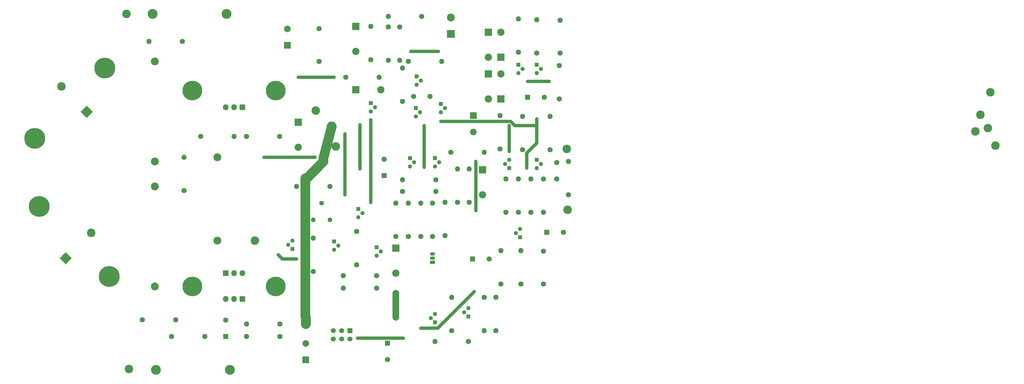
<source format=gtl>
G04 #@! TF.GenerationSoftware,KiCad,Pcbnew,5.0.1+dfsg1-3*
G04 #@! TF.CreationDate,2018-12-20T03:11:08+00:00*
G04 #@! TF.ProjectId,Trimodal Blameless,5472696D6F64616C20426C616D656C65,rev?*
G04 #@! TF.SameCoordinates,Original*
G04 #@! TF.FileFunction,Copper,L1,Top,Signal*
G04 #@! TF.FilePolarity,Positive*
%FSLAX46Y46*%
G04 Gerber Fmt 4.6, Leading zero omitted, Abs format (unit mm)*
G04 Created by KiCad (PCBNEW 5.0.1+dfsg1-3) date Thu 20 Dec 2018 03:11:08 UTC*
%MOMM*%
%LPD*%
G01*
G04 APERTURE LIST*
G04 #@! TA.AperFunction,ComponentPad*
%ADD10C,6.000000*%
G04 #@! TD*
G04 #@! TA.AperFunction,ComponentPad*
%ADD11C,2.600000*%
G04 #@! TD*
G04 #@! TA.AperFunction,Conductor*
%ADD12C,0.100000*%
G04 #@! TD*
G04 #@! TA.AperFunction,ComponentPad*
%ADD13C,6.350000*%
G04 #@! TD*
G04 #@! TA.AperFunction,ComponentPad*
%ADD14O,2.400000X2.400000*%
G04 #@! TD*
G04 #@! TA.AperFunction,ComponentPad*
%ADD15C,2.400000*%
G04 #@! TD*
G04 #@! TA.AperFunction,ComponentPad*
%ADD16R,2.000000X2.000000*%
G04 #@! TD*
G04 #@! TA.AperFunction,ComponentPad*
%ADD17C,2.000000*%
G04 #@! TD*
G04 #@! TA.AperFunction,ComponentPad*
%ADD18R,2.400000X2.400000*%
G04 #@! TD*
G04 #@! TA.AperFunction,ComponentPad*
%ADD19C,1.600000*%
G04 #@! TD*
G04 #@! TA.AperFunction,ComponentPad*
%ADD20R,1.600000X1.600000*%
G04 #@! TD*
G04 #@! TA.AperFunction,ComponentPad*
%ADD21R,2.200000X2.200000*%
G04 #@! TD*
G04 #@! TA.AperFunction,ComponentPad*
%ADD22O,2.200000X2.200000*%
G04 #@! TD*
G04 #@! TA.AperFunction,ComponentPad*
%ADD23C,3.000000*%
G04 #@! TD*
G04 #@! TA.AperFunction,ComponentPad*
%ADD24O,1.800000X1.800000*%
G04 #@! TD*
G04 #@! TA.AperFunction,ComponentPad*
%ADD25R,1.800000X1.800000*%
G04 #@! TD*
G04 #@! TA.AperFunction,ComponentPad*
%ADD26C,1.300000*%
G04 #@! TD*
G04 #@! TA.AperFunction,ComponentPad*
%ADD27R,1.300000X1.300000*%
G04 #@! TD*
G04 #@! TA.AperFunction,ComponentPad*
%ADD28O,1.500000X1.050000*%
G04 #@! TD*
G04 #@! TA.AperFunction,ComponentPad*
%ADD29R,1.500000X1.050000*%
G04 #@! TD*
G04 #@! TA.AperFunction,ComponentPad*
%ADD30C,1.440000*%
G04 #@! TD*
G04 #@! TA.AperFunction,ComponentPad*
%ADD31O,1.600000X1.600000*%
G04 #@! TD*
G04 #@! TA.AperFunction,ComponentPad*
%ADD32R,1.524000X1.524000*%
G04 #@! TD*
G04 #@! TA.AperFunction,ComponentPad*
%ADD33C,1.524000*%
G04 #@! TD*
G04 #@! TA.AperFunction,ViaPad*
%ADD34C,1.000000*%
G04 #@! TD*
G04 #@! TA.AperFunction,ViaPad*
%ADD35C,3.000000*%
G04 #@! TD*
G04 #@! TA.AperFunction,ViaPad*
%ADD36C,2.000000*%
G04 #@! TD*
G04 #@! TA.AperFunction,Conductor*
%ADD37C,1.000000*%
G04 #@! TD*
G04 #@! TA.AperFunction,Conductor*
%ADD38C,3.000000*%
G04 #@! TD*
G04 #@! TA.AperFunction,Conductor*
%ADD39C,2.000000*%
G04 #@! TD*
G04 APERTURE END LIST*
D10*
G04 #@! TO.P,HS2,1*
G04 #@! TO.N,N/C*
X101600000Y-116840000D03*
X76200000Y-116840000D03*
G04 #@! TD*
D11*
G04 #@! TO.P,TR9,1*
G04 #@! TO.N,Net-(R26-Pad1)*
X43979212Y-63550252D03*
D12*
G04 #@! TD*
G04 #@! TO.N,Net-(R26-Pad1)*
G04 #@! TO.C,TR9*
G36*
X43979212Y-61711774D02*
X45817690Y-63550252D01*
X43979212Y-65388730D01*
X42140734Y-63550252D01*
X43979212Y-61711774D01*
X43979212Y-61711774D01*
G37*
D11*
G04 #@! TO.P,TR9,2*
G04 #@! TO.N,VCC*
X36257606Y-55828646D03*
D13*
G04 #@! TO.P,TR9,3*
G04 #@! TO.N,Net-(R17-Pad2)*
X49530000Y-50292000D03*
X28175375Y-71646625D03*
G04 #@! TD*
D14*
G04 #@! TO.P,R16,2*
G04 #@! TO.N,NFB*
X64770000Y-86360000D03*
D15*
G04 #@! TO.P,R16,1*
G04 #@! TO.N,Net-(D7-Pad1)*
X64770000Y-116840000D03*
G04 #@! TD*
D13*
G04 #@! TO.P,TR7,3*
G04 #@! TO.N,Net-(D7-Pad1)*
X29495627Y-92400163D03*
X50850252Y-113754788D03*
D11*
G04 #@! TO.P,TR7,2*
G04 #@! TO.N,VAA*
X45313606Y-100482394D03*
G04 #@! TO.P,TR7,1*
G04 #@! TO.N,Net-(R25-Pad2)*
X37592000Y-108204000D03*
D12*
G04 #@! TD*
G04 #@! TO.N,Net-(R25-Pad2)*
G04 #@! TO.C,TR7*
G36*
X39430478Y-108204000D02*
X37592000Y-110042478D01*
X35753522Y-108204000D01*
X37592000Y-106365522D01*
X39430478Y-108204000D01*
X39430478Y-108204000D01*
G37*
D16*
G04 #@! TO.P,C2,1*
G04 #@! TO.N,Net-(C2-Pad1)*
X161798000Y-64770000D03*
D17*
G04 #@! TO.P,C2,2*
G04 #@! TO.N,GND*
X161798000Y-69770000D03*
G04 #@! TD*
G04 #@! TO.P,C9,2*
G04 #@! TO.N,GND*
X110744000Y-134192000D03*
D16*
G04 #@! TO.P,C9,1*
G04 #@! TO.N,VAA*
X110744000Y-139192000D03*
G04 #@! TD*
G04 #@! TO.P,C10,1*
G04 #@! TO.N,GND*
X105156000Y-43354000D03*
D17*
G04 #@! TO.P,C10,2*
G04 #@! TO.N,VCC*
X105156000Y-38354000D03*
G04 #@! TD*
D18*
G04 #@! TO.P,C12,1*
G04 #@! TO.N,GND*
X154940000Y-39878000D03*
D15*
G04 #@! TO.P,C12,2*
G04 #@! TO.N,Net-(C12-Pad2)*
X154940000Y-34878000D03*
G04 #@! TD*
D19*
G04 #@! TO.P,C1,2*
G04 #@! TO.N,Net-(C1-Pad2)*
X189150000Y-100330000D03*
D20*
G04 #@! TO.P,C1,1*
G04 #@! TO.N,Net-(C1-Pad1)*
X184150000Y-100330000D03*
G04 #@! TD*
G04 #@! TO.P,C4,1*
G04 #@! TO.N,Net-(C4-Pad1)*
X86360000Y-132080000D03*
D19*
G04 #@! TO.P,C4,2*
G04 #@! TO.N,Net-(C3-Pad1)*
X86360000Y-127080000D03*
G04 #@! TD*
G04 #@! TO.P,C5,2*
G04 #@! TO.N,NFB*
X134620000Y-78058000D03*
D20*
G04 #@! TO.P,C5,1*
G04 #@! TO.N,Net-(C5-Pad1)*
X134620000Y-83058000D03*
G04 #@! TD*
G04 #@! TO.P,C15,1*
G04 #@! TO.N,Net-(C15-Pad1)*
X178308000Y-59182000D03*
D19*
G04 #@! TO.P,C15,2*
G04 #@! TO.N,Net-(C15-Pad2)*
X183308000Y-59182000D03*
G04 #@! TD*
G04 #@! TO.P,C14,2*
G04 #@! TO.N,Net-(C14-Pad2)*
X166544000Y-108458000D03*
D20*
G04 #@! TO.P,C14,1*
G04 #@! TO.N,VAA*
X161544000Y-108458000D03*
G04 #@! TD*
G04 #@! TO.P,C11,1*
G04 #@! TO.N,VAA*
X135636000Y-134112000D03*
D19*
G04 #@! TO.P,C11,2*
G04 #@! TO.N,Net-(C11-Pad2)*
X135636000Y-139112000D03*
G04 #@! TD*
G04 #@! TO.P,C3,2*
G04 #@! TO.N,Net-(C3-Pad2)*
X148590000Y-58928000D03*
G04 #@! TO.P,C3,1*
G04 #@! TO.N,Net-(C3-Pad1)*
X143590000Y-58928000D03*
G04 #@! TD*
G04 #@! TO.P,C16,1*
G04 #@! TO.N,Net-(C16-Pad1)*
X187198000Y-84074000D03*
G04 #@! TO.P,C16,2*
G04 #@! TO.N,GND*
X187198000Y-79074000D03*
G04 #@! TD*
G04 #@! TO.P,C13,2*
G04 #@! TO.N,VCC*
X114808000Y-38260000D03*
G04 #@! TO.P,C13,1*
G04 #@! TO.N,GND*
X114808000Y-48260000D03*
G04 #@! TD*
G04 #@! TO.P,C7,1*
G04 #@! TO.N,VAA*
X183134000Y-116078000D03*
G04 #@! TO.P,C7,2*
G04 #@! TO.N,GND*
X183134000Y-106078000D03*
G04 #@! TD*
G04 #@! TO.P,C6,2*
G04 #@! TO.N,GND*
X102710000Y-71120000D03*
G04 #@! TO.P,C6,1*
G04 #@! TO.N,Net-(C6-Pad1)*
X92710000Y-71120000D03*
G04 #@! TD*
G04 #@! TO.P,C17,1*
G04 #@! TO.N,GND*
X188214000Y-45720000D03*
G04 #@! TO.P,C17,2*
G04 #@! TO.N,Net-(C12-Pad2)*
X188214000Y-35720000D03*
G04 #@! TD*
D11*
G04 #@! TO.P,J4,1*
G04 #@! TO.N,GND*
X119888000Y-74168000D03*
G04 #@! TD*
G04 #@! TO.P,J3,1*
G04 #@! TO.N,Net-(J3-Pad1)*
X95250000Y-102870000D03*
G04 #@! TD*
G04 #@! TO.P,J2,1*
G04 #@! TO.N,GND*
X190246000Y-74930000D03*
G04 #@! TD*
G04 #@! TO.P,J1,1*
G04 #@! TO.N,Net-(C1-Pad2)*
X190500000Y-93472000D03*
G04 #@! TD*
D21*
G04 #@! TO.P,D5,1*
G04 #@! TO.N,Net-(D5-Pad1)*
X125984000Y-56896000D03*
D22*
G04 #@! TO.P,D5,2*
G04 #@! TO.N,Net-(D5-Pad2)*
X133604000Y-56896000D03*
G04 #@! TD*
D21*
G04 #@! TO.P,D1,1*
G04 #@! TO.N,Net-(D1-Pad1)*
X166370000Y-52070000D03*
D22*
G04 #@! TO.P,D1,2*
G04 #@! TO.N,Net-(C2-Pad1)*
X166370000Y-59690000D03*
G04 #@! TD*
G04 #@! TO.P,D2,2*
G04 #@! TO.N,Net-(D1-Pad1)*
X166370000Y-46990000D03*
D21*
G04 #@! TO.P,D2,1*
G04 #@! TO.N,GND*
X166370000Y-39370000D03*
G04 #@! TD*
G04 #@! TO.P,D4,1*
G04 #@! TO.N,Net-(D3-Pad2)*
X170180000Y-46990000D03*
D22*
G04 #@! TO.P,D4,2*
G04 #@! TO.N,GND*
X170180000Y-39370000D03*
G04 #@! TD*
G04 #@! TO.P,D6,2*
G04 #@! TO.N,Net-(D5-Pad1)*
X125984000Y-45212000D03*
D21*
G04 #@! TO.P,D6,1*
G04 #@! TO.N,VCC*
X125984000Y-37592000D03*
G04 #@! TD*
G04 #@! TO.P,D7,1*
G04 #@! TO.N,Net-(D7-Pad1)*
X164592000Y-81280000D03*
D22*
G04 #@! TO.P,D7,2*
G04 #@! TO.N,Net-(D7-Pad2)*
X164592000Y-88900000D03*
G04 #@! TD*
G04 #@! TO.P,D8,2*
G04 #@! TO.N,Net-(D8-Pad2)*
X108458000Y-74422000D03*
D21*
G04 #@! TO.P,D8,1*
G04 #@! TO.N,Net-(D8-Pad1)*
X108458000Y-66802000D03*
G04 #@! TD*
G04 #@! TO.P,D9,1*
G04 #@! TO.N,Net-(D9-Pad1)*
X138176000Y-105156000D03*
D22*
G04 #@! TO.P,D9,2*
G04 #@! TO.N,Net-(D9-Pad2)*
X138176000Y-112776000D03*
G04 #@! TD*
D23*
G04 #@! TO.P,F1,2*
G04 #@! TO.N,VAA*
X87630000Y-142240000D03*
G04 #@! TO.P,F1,1*
G04 #@! TO.N,+24V*
X65030000Y-142240000D03*
G04 #@! TD*
G04 #@! TO.P,F2,1*
G04 #@! TO.N,-24V*
X64014000Y-33782000D03*
G04 #@! TO.P,F2,2*
G04 #@! TO.N,VCC*
X86614000Y-33782000D03*
G04 #@! TD*
D15*
G04 #@! TO.P,L1,1*
G04 #@! TO.N,NFB*
X83820000Y-77470000D03*
D14*
G04 #@! TO.P,L1,2*
G04 #@! TO.N,Net-(J3-Pad1)*
X83820000Y-102870000D03*
G04 #@! TD*
D24*
G04 #@! TO.P,TR6,3*
G04 #@! TO.N,Net-(D7-Pad1)*
X91440000Y-112776000D03*
G04 #@! TO.P,TR6,2*
G04 #@! TO.N,Net-(R25-Pad2)*
X88900000Y-112776000D03*
D25*
G04 #@! TO.P,TR6,1*
G04 #@! TO.N,Net-(D7-Pad2)*
X86360000Y-112776000D03*
G04 #@! TD*
G04 #@! TO.P,TR13,1*
G04 #@! TO.N,Net-(R10-Pad2)*
X91440000Y-120650000D03*
D24*
G04 #@! TO.P,TR13,2*
G04 #@! TO.N,Net-(C4-Pad1)*
X88900000Y-120650000D03*
G04 #@! TO.P,TR13,3*
G04 #@! TO.N,Net-(C3-Pad1)*
X86360000Y-120650000D03*
G04 #@! TD*
D26*
G04 #@! TO.P,TR12,2*
G04 #@! TO.N,Net-(C3-Pad2)*
X145542000Y-63754000D03*
G04 #@! TO.P,TR12,3*
G04 #@! TO.N,GND*
X144272000Y-65024000D03*
D27*
G04 #@! TO.P,TR12,1*
G04 #@! TO.N,Net-(R36-Pad1)*
X144272000Y-62484000D03*
G04 #@! TD*
G04 #@! TO.P,TR20,1*
G04 #@! TO.N,Net-(C3-Pad1)*
X126746000Y-93218000D03*
D26*
G04 #@! TO.P,TR20,3*
G04 #@! TO.N,Net-(R11-Pad2)*
X126746000Y-95758000D03*
G04 #@! TO.P,TR20,2*
G04 #@! TO.N,Net-(R32-Pad1)*
X128016000Y-94488000D03*
G04 #@! TD*
G04 #@! TO.P,TR21,2*
G04 #@! TO.N,Net-(R41-Pad2)*
X159004000Y-124714000D03*
G04 #@! TO.P,TR21,3*
G04 #@! TO.N,Net-(R49-Pad1)*
X160274000Y-123444000D03*
D27*
G04 #@! TO.P,TR21,1*
G04 #@! TO.N,VAA*
X160274000Y-125984000D03*
G04 #@! TD*
G04 #@! TO.P,TR19,1*
G04 #@! TO.N,NFB*
X142494000Y-77724000D03*
D26*
G04 #@! TO.P,TR19,3*
G04 #@! TO.N,Net-(D8-Pad2)*
X142494000Y-80264000D03*
G04 #@! TO.P,TR19,2*
G04 #@! TO.N,Net-(R27-Pad2)*
X143764000Y-78994000D03*
G04 #@! TD*
G04 #@! TO.P,TR17,2*
G04 #@! TO.N,Net-(D5-Pad2)*
X131826000Y-62230000D03*
G04 #@! TO.P,TR17,3*
G04 #@! TO.N,Net-(TR15-Pad1)*
X130556000Y-63500000D03*
D27*
G04 #@! TO.P,TR17,1*
G04 #@! TO.N,Net-(R45-Pad1)*
X130556000Y-60960000D03*
G04 #@! TD*
G04 #@! TO.P,TR16,1*
G04 #@! TO.N,Net-(TR15-Pad1)*
X119380000Y-103124000D03*
D26*
G04 #@! TO.P,TR16,3*
G04 #@! TO.N,Net-(R15-Pad2)*
X119380000Y-105664000D03*
G04 #@! TO.P,TR16,2*
G04 #@! TO.N,Net-(R20-Pad2)*
X120650000Y-104394000D03*
G04 #@! TD*
G04 #@! TO.P,TR15,2*
G04 #@! TO.N,Net-(R30-Pad1)*
X133604000Y-106172000D03*
G04 #@! TO.P,TR15,3*
G04 #@! TO.N,Net-(C4-Pad1)*
X132334000Y-107442000D03*
D27*
G04 #@! TO.P,TR15,1*
G04 #@! TO.N,Net-(TR15-Pad1)*
X132334000Y-104902000D03*
G04 #@! TD*
G04 #@! TO.P,TR14,1*
G04 #@! TO.N,Net-(C4-Pad1)*
X106680000Y-105410000D03*
D26*
G04 #@! TO.P,TR14,3*
G04 #@! TO.N,Net-(C3-Pad1)*
X106680000Y-102870000D03*
G04 #@! TO.P,TR14,2*
G04 #@! TO.N,Net-(R15-Pad2)*
X105410000Y-104140000D03*
G04 #@! TD*
G04 #@! TO.P,TR11,2*
G04 #@! TO.N,Net-(TR10-Pad2)*
X176784000Y-50546000D03*
G04 #@! TO.P,TR11,3*
X175514000Y-51816000D03*
D27*
G04 #@! TO.P,TR11,1*
G04 #@! TO.N,Net-(R7-Pad1)*
X175514000Y-49276000D03*
G04 #@! TD*
G04 #@! TO.P,TR10,1*
G04 #@! TO.N,Net-(R6-Pad1)*
X181102000Y-49276000D03*
D26*
G04 #@! TO.P,TR10,3*
G04 #@! TO.N,Net-(C3-Pad2)*
X181102000Y-51816000D03*
G04 #@! TO.P,TR10,2*
G04 #@! TO.N,Net-(TR10-Pad2)*
X182372000Y-50546000D03*
G04 #@! TD*
G04 #@! TO.P,TR5,2*
G04 #@! TO.N,Net-(R49-Pad1)*
X148844000Y-126492000D03*
G04 #@! TO.P,TR5,3*
G04 #@! TO.N,Net-(R10-Pad1)*
X150114000Y-125222000D03*
D27*
G04 #@! TO.P,TR5,1*
G04 #@! TO.N,Net-(R13-Pad2)*
X150114000Y-127762000D03*
G04 #@! TD*
G04 #@! TO.P,TR4,1*
G04 #@! TO.N,Net-(R34-Pad1)*
X144526000Y-52832000D03*
D26*
G04 #@! TO.P,TR4,3*
G04 #@! TO.N,Net-(C3-Pad1)*
X144526000Y-55372000D03*
G04 #@! TO.P,TR4,2*
G04 #@! TO.N,Net-(R36-Pad1)*
X145796000Y-54102000D03*
G04 #@! TD*
G04 #@! TO.P,TR3,2*
G04 #@! TO.N,Net-(R40-Pad1)*
X171450000Y-79502000D03*
G04 #@! TO.P,TR3,3*
G04 #@! TO.N,Net-(TR10-Pad2)*
X172720000Y-78232000D03*
D27*
G04 #@! TO.P,TR3,1*
G04 #@! TO.N,Net-(R3-Pad2)*
X172720000Y-80772000D03*
G04 #@! TD*
G04 #@! TO.P,TR18,1*
G04 #@! TO.N,NFB*
X150114000Y-77724000D03*
D26*
G04 #@! TO.P,TR18,3*
G04 #@! TO.N,Net-(D7-Pad1)*
X150114000Y-80264000D03*
G04 #@! TO.P,TR18,2*
G04 #@! TO.N,Net-(R21-Pad2)*
X151384000Y-78994000D03*
G04 #@! TD*
G04 #@! TO.P,TR2,2*
G04 #@! TO.N,Net-(C16-Pad1)*
X182372000Y-79502000D03*
G04 #@! TO.P,TR2,3*
G04 #@! TO.N,Net-(C3-Pad2)*
X181102000Y-80772000D03*
D27*
G04 #@! TO.P,TR2,1*
G04 #@! TO.N,Net-(R2-Pad2)*
X181102000Y-78232000D03*
G04 #@! TD*
G04 #@! TO.P,TR1,1*
G04 #@! TO.N,Net-(R4-Pad2)*
X176022000Y-101854000D03*
D26*
G04 #@! TO.P,TR1,3*
G04 #@! TO.N,Net-(R35-Pad1)*
X176022000Y-99314000D03*
G04 #@! TO.P,TR1,2*
G04 #@! TO.N,Net-(C14-Pad2)*
X174752000Y-100584000D03*
G04 #@! TD*
G04 #@! TO.P,Q6,2*
G04 #@! TO.N,Net-(Q6-Pad2)*
X153162000Y-62484000D03*
G04 #@! TO.P,Q6,3*
G04 #@! TO.N,Net-(C3-Pad2)*
X151892000Y-63754000D03*
D27*
G04 #@! TO.P,Q6,1*
G04 #@! TO.N,Net-(C12-Pad2)*
X151892000Y-61214000D03*
G04 #@! TD*
D28*
G04 #@! TO.P,RG1,2*
G04 #@! TO.N,Net-(R30-Pad2)*
X149352000Y-108204000D03*
G04 #@! TO.P,RG1,3*
G04 #@! TO.N,Net-(R17-Pad2)*
X149352000Y-106934000D03*
D29*
G04 #@! TO.P,RG1,1*
G04 #@! TO.N,N/C*
X149352000Y-109474000D03*
G04 #@! TD*
D30*
G04 #@! TO.P,PR1,3*
G04 #@! TO.N,Net-(C3-Pad1)*
X113030000Y-96520000D03*
G04 #@! TO.P,PR1,2*
X115570000Y-91440000D03*
G04 #@! TO.P,PR1,1*
G04 #@! TO.N,Net-(PR1-Pad1)*
X118110000Y-96520000D03*
G04 #@! TD*
D19*
G04 #@! TO.P,R42,1*
G04 #@! TO.N,VAA*
X150368000Y-84328000D03*
D31*
G04 #@! TO.P,R42,2*
G04 #@! TO.N,Net-(C5-Pad1)*
X140208000Y-84328000D03*
G04 #@! TD*
G04 #@! TO.P,R12,2*
G04 #@! TO.N,Net-(C4-Pad1)*
X80010000Y-132080000D03*
D19*
G04 #@! TO.P,R12,1*
G04 #@! TO.N,Net-(D7-Pad2)*
X69850000Y-132080000D03*
G04 #@! TD*
G04 #@! TO.P,R11,1*
G04 #@! TO.N,Net-(R10-Pad2)*
X113030000Y-112268000D03*
D31*
G04 #@! TO.P,R11,2*
G04 #@! TO.N,Net-(R11-Pad2)*
X113030000Y-102108000D03*
G04 #@! TD*
G04 #@! TO.P,R10,2*
G04 #@! TO.N,Net-(R10-Pad2)*
X92710000Y-128270000D03*
D19*
G04 #@! TO.P,R10,1*
G04 #@! TO.N,Net-(R10-Pad1)*
X102870000Y-128270000D03*
G04 #@! TD*
G04 #@! TO.P,R14,1*
G04 #@! TO.N,Net-(R10-Pad1)*
X102870000Y-132080000D03*
D31*
G04 #@! TO.P,R14,2*
G04 #@! TO.N,Net-(C4-Pad1)*
X92710000Y-132080000D03*
G04 #@! TD*
G04 #@! TO.P,R9,2*
G04 #@! TO.N,Net-(C1-Pad1)*
X183134000Y-94234000D03*
D19*
G04 #@! TO.P,R9,1*
G04 #@! TO.N,Net-(C16-Pad1)*
X183134000Y-84074000D03*
G04 #@! TD*
G04 #@! TO.P,R8,1*
G04 #@! TO.N,NFB*
X154940000Y-75946000D03*
D31*
G04 #@! TO.P,R8,2*
G04 #@! TO.N,Net-(R40-Pad1)*
X165100000Y-75946000D03*
G04 #@! TD*
G04 #@! TO.P,R7,2*
G04 #@! TO.N,Net-(C12-Pad2)*
X175514000Y-35306000D03*
D19*
G04 #@! TO.P,R7,1*
G04 #@! TO.N,Net-(R7-Pad1)*
X175514000Y-45466000D03*
G04 #@! TD*
G04 #@! TO.P,R6,1*
G04 #@! TO.N,Net-(R6-Pad1)*
X181102000Y-45720000D03*
D31*
G04 #@! TO.P,R6,2*
G04 #@! TO.N,Net-(C12-Pad2)*
X181102000Y-35560000D03*
G04 #@! TD*
G04 #@! TO.P,R5,2*
G04 #@! TO.N,Net-(C14-Pad2)*
X170180000Y-105918000D03*
D19*
G04 #@! TO.P,R5,1*
G04 #@! TO.N,Net-(R49-Pad1)*
X170180000Y-116078000D03*
G04 #@! TD*
G04 #@! TO.P,R4,1*
G04 #@! TO.N,VAA*
X176276000Y-116078000D03*
D31*
G04 #@! TO.P,R4,2*
G04 #@! TO.N,Net-(R4-Pad2)*
X176276000Y-105918000D03*
G04 #@! TD*
G04 #@! TO.P,R2,2*
G04 #@! TO.N,Net-(R2-Pad2)*
X179324000Y-84074000D03*
D19*
G04 #@! TO.P,R2,1*
G04 #@! TO.N,Net-(R2-Pad1)*
X179324000Y-94234000D03*
G04 #@! TD*
G04 #@! TO.P,R1,1*
G04 #@! TO.N,Net-(C16-Pad1)*
X185166000Y-75184000D03*
D31*
G04 #@! TO.P,R1,2*
G04 #@! TO.N,Net-(C15-Pad2)*
X185166000Y-65024000D03*
G04 #@! TD*
G04 #@! TO.P,R34,2*
G04 #@! TO.N,Net-(Q6-Pad2)*
X152146000Y-48260000D03*
D19*
G04 #@! TO.P,R34,1*
G04 #@! TO.N,Net-(R34-Pad1)*
X141986000Y-48260000D03*
G04 #@! TD*
G04 #@! TO.P,R15,1*
G04 #@! TO.N,Net-(C4-Pad1)*
X132334000Y-117348000D03*
D31*
G04 #@! TO.P,R15,2*
G04 #@! TO.N,Net-(R15-Pad2)*
X122174000Y-117348000D03*
G04 #@! TD*
G04 #@! TO.P,R35,2*
G04 #@! TO.N,Net-(R2-Pad1)*
X175514000Y-84074000D03*
D19*
G04 #@! TO.P,R35,1*
G04 #@! TO.N,Net-(R35-Pad1)*
X175514000Y-94234000D03*
G04 #@! TD*
G04 #@! TO.P,R36,1*
G04 #@! TO.N,Net-(R36-Pad1)*
X140208000Y-60452000D03*
D31*
G04 #@! TO.P,R36,2*
G04 #@! TO.N,Net-(C12-Pad2)*
X140208000Y-50292000D03*
G04 #@! TD*
G04 #@! TO.P,R37,2*
G04 #@! TO.N,Net-(C12-Pad2)*
X135890000Y-47848118D03*
D19*
G04 #@! TO.P,R37,1*
G04 #@! TO.N,VCC*
X135890000Y-37688118D03*
G04 #@! TD*
G04 #@! TO.P,R38,1*
G04 #@! TO.N,Net-(R34-Pad1)*
X139282124Y-37688118D03*
D31*
G04 #@! TO.P,R38,2*
G04 #@! TO.N,Net-(C12-Pad2)*
X139282124Y-47848118D03*
G04 #@! TD*
G04 #@! TO.P,R39,2*
G04 #@! TO.N,GND*
X168656000Y-120142000D03*
D19*
G04 #@! TO.P,R39,1*
G04 #@! TO.N,Net-(C11-Pad2)*
X168656000Y-130302000D03*
G04 #@! TD*
G04 #@! TO.P,R40,1*
G04 #@! TO.N,Net-(R40-Pad1)*
X169926000Y-74930000D03*
D31*
G04 #@! TO.P,R40,2*
G04 #@! TO.N,Net-(C2-Pad1)*
X169926000Y-64770000D03*
G04 #@! TD*
G04 #@! TO.P,R3,2*
G04 #@! TO.N,Net-(R3-Pad2)*
X171704000Y-84074000D03*
D19*
G04 #@! TO.P,R3,1*
G04 #@! TO.N,Net-(R2-Pad1)*
X171704000Y-94234000D03*
G04 #@! TD*
G04 #@! TO.P,R13,1*
G04 #@! TO.N,VAA*
X160274000Y-133604000D03*
D31*
G04 #@! TO.P,R13,2*
G04 #@! TO.N,Net-(R13-Pad2)*
X150114000Y-133604000D03*
G04 #@! TD*
G04 #@! TO.P,R43,2*
G04 #@! TO.N,Net-(R30-Pad2)*
X150368000Y-87884000D03*
D19*
G04 #@! TO.P,R43,1*
G04 #@! TO.N,Net-(C5-Pad1)*
X140208000Y-87884000D03*
G04 #@! TD*
G04 #@! TO.P,R44,1*
G04 #@! TO.N,Net-(D9-Pad2)*
X141986000Y-101600000D03*
D31*
G04 #@! TO.P,R44,2*
G04 #@! TO.N,Net-(D5-Pad2)*
X141986000Y-91440000D03*
G04 #@! TD*
G04 #@! TO.P,R45,2*
G04 #@! TO.N,VCC*
X130556000Y-37592000D03*
D19*
G04 #@! TO.P,R45,1*
G04 #@! TO.N,Net-(R45-Pad1)*
X130556000Y-47752000D03*
G04 #@! TD*
G04 #@! TO.P,R46,1*
G04 #@! TO.N,Net-(C15-Pad2)*
X187960000Y-59690000D03*
D31*
G04 #@! TO.P,R46,2*
G04 #@! TO.N,GND*
X187960000Y-49530000D03*
G04 #@! TD*
G04 #@! TO.P,R47,2*
G04 #@! TO.N,Net-(C15-Pad1)*
X176784000Y-65024000D03*
D19*
G04 #@! TO.P,R47,1*
G04 #@! TO.N,Net-(R40-Pad1)*
X176784000Y-75184000D03*
G04 #@! TD*
G04 #@! TO.P,R48,1*
G04 #@! TO.N,Net-(C1-Pad2)*
X190754000Y-88900000D03*
D31*
G04 #@! TO.P,R48,2*
G04 #@! TO.N,GND*
X190754000Y-78740000D03*
G04 #@! TD*
G04 #@! TO.P,R49,2*
G04 #@! TO.N,Net-(C11-Pad2)*
X165100000Y-130302000D03*
D19*
G04 #@! TO.P,R49,1*
G04 #@! TO.N,Net-(R49-Pad1)*
X165100000Y-120142000D03*
G04 #@! TD*
G04 #@! TO.P,R18,1*
G04 #@! TO.N,NFB*
X78740000Y-71120000D03*
D31*
G04 #@! TO.P,R18,2*
G04 #@! TO.N,Net-(C6-Pad1)*
X88900000Y-71120000D03*
G04 #@! TD*
G04 #@! TO.P,R19,2*
G04 #@! TO.N,NFB*
X73660000Y-77470000D03*
D19*
G04 #@! TO.P,R19,1*
G04 #@! TO.N,Net-(J3-Pad1)*
X73660000Y-87630000D03*
G04 #@! TD*
G04 #@! TO.P,R41,1*
G04 #@! TO.N,Net-(R13-Pad2)*
X155194000Y-130302000D03*
D31*
G04 #@! TO.P,R41,2*
G04 #@! TO.N,Net-(R41-Pad2)*
X155194000Y-120142000D03*
G04 #@! TD*
G04 #@! TO.P,R21,2*
G04 #@! TO.N,Net-(R21-Pad2)*
X156972000Y-81026000D03*
D19*
G04 #@! TO.P,R21,1*
G04 #@! TO.N,VAA*
X156972000Y-91186000D03*
G04 #@! TD*
G04 #@! TO.P,R23,1*
G04 #@! TO.N,Net-(D7-Pad1)*
X160528000Y-91186000D03*
D31*
G04 #@! TO.P,R23,2*
G04 #@! TO.N,Net-(R21-Pad2)*
X160528000Y-81026000D03*
G04 #@! TD*
G04 #@! TO.P,R24,2*
G04 #@! TO.N,Net-(C3-Pad1)*
X133096000Y-53086000D03*
D19*
G04 #@! TO.P,R24,1*
G04 #@! TO.N,Net-(D8-Pad1)*
X122936000Y-53086000D03*
G04 #@! TD*
G04 #@! TO.P,R25,1*
G04 #@! TO.N,VAA*
X60960000Y-127000000D03*
D31*
G04 #@! TO.P,R25,2*
G04 #@! TO.N,Net-(R25-Pad2)*
X71120000Y-127000000D03*
G04 #@! TD*
G04 #@! TO.P,R26,2*
G04 #@! TO.N,VCC*
X62992000Y-42164000D03*
D19*
G04 #@! TO.P,R26,1*
G04 #@! TO.N,Net-(R26-Pad1)*
X73152000Y-42164000D03*
G04 #@! TD*
G04 #@! TO.P,R27,1*
G04 #@! TO.N,Net-(R17-Pad2)*
X149352000Y-101600000D03*
D31*
G04 #@! TO.P,R27,2*
G04 #@! TO.N,Net-(R27-Pad2)*
X149352000Y-91440000D03*
G04 #@! TD*
G04 #@! TO.P,R29,2*
G04 #@! TO.N,VCC*
X135890000Y-34544000D03*
D19*
G04 #@! TO.P,R29,1*
G04 #@! TO.N,Net-(R27-Pad2)*
X146050000Y-34544000D03*
G04 #@! TD*
G04 #@! TO.P,R31,1*
G04 #@! TO.N,Net-(R30-Pad1)*
X145796000Y-101600000D03*
D31*
G04 #@! TO.P,R31,2*
G04 #@! TO.N,Net-(R17-Pad2)*
X145796000Y-91440000D03*
G04 #@! TD*
G04 #@! TO.P,R32,2*
G04 #@! TO.N,Net-(C3-Pad1)*
X107950000Y-86360000D03*
D19*
G04 #@! TO.P,R32,1*
G04 #@! TO.N,Net-(R32-Pad1)*
X118110000Y-86360000D03*
G04 #@! TD*
G04 #@! TO.P,R33,1*
G04 #@! TO.N,Net-(D9-Pad1)*
X138176000Y-101600000D03*
D31*
G04 #@! TO.P,R33,2*
G04 #@! TO.N,Net-(R32-Pad1)*
X138176000Y-91440000D03*
G04 #@! TD*
G04 #@! TO.P,R30,2*
G04 #@! TO.N,Net-(R30-Pad2)*
X153162000Y-91186000D03*
D19*
G04 #@! TO.P,R30,1*
G04 #@! TO.N,Net-(R30-Pad1)*
X153162000Y-101346000D03*
G04 #@! TD*
G04 #@! TO.P,R20,1*
G04 #@! TO.N,Net-(D7-Pad1)*
X132334000Y-113538000D03*
D31*
G04 #@! TO.P,R20,2*
G04 #@! TO.N,Net-(R20-Pad2)*
X122174000Y-113538000D03*
G04 #@! TD*
D15*
G04 #@! TO.P,R17,1*
G04 #@! TO.N,NFB*
X64770000Y-78740000D03*
D14*
G04 #@! TO.P,R17,2*
G04 #@! TO.N,Net-(R17-Pad2)*
X64770000Y-48260000D03*
G04 #@! TD*
D10*
G04 #@! TO.P,HS1,1*
G04 #@! TO.N,N/C*
X76200000Y-57150000D03*
X101600000Y-57150000D03*
G04 #@! TD*
D25*
G04 #@! TO.P,TR8,1*
G04 #@! TO.N,Net-(D8-Pad1)*
X91440000Y-62230000D03*
D24*
G04 #@! TO.P,TR8,2*
G04 #@! TO.N,Net-(R17-Pad2)*
X88900000Y-62230000D03*
G04 #@! TO.P,TR8,3*
G04 #@! TO.N,Net-(R26-Pad1)*
X86360000Y-62230000D03*
G04 #@! TD*
D21*
G04 #@! TO.P,D3,1*
G04 #@! TO.N,Net-(C2-Pad1)*
X170180000Y-59690000D03*
D22*
G04 #@! TO.P,D3,2*
G04 #@! TO.N,Net-(D3-Pad2)*
X170180000Y-52070000D03*
G04 #@! TD*
D11*
G04 #@! TO.P,JL1,1*
G04 #@! TO.N,Net-(JL1-Pad1)*
X56896000Y-141986000D03*
G04 #@! TD*
G04 #@! TO.P,JL2,1*
G04 #@! TO.N,Net-(JL2-Pad1)*
X56134000Y-33782000D03*
G04 #@! TD*
G04 #@! TO.P,TP1,1*
G04 #@! TO.N,Net-(TP1-Pad1)*
X318516000Y-68580000D03*
G04 #@! TD*
G04 #@! TO.P,TP2,1*
G04 #@! TO.N,Net-(TP2-Pad1)*
X319278000Y-57658000D03*
G04 #@! TD*
G04 #@! TO.P,TP3,1*
G04 #@! TO.N,Net-(TP3-Pad1)*
X316230000Y-64516000D03*
G04 #@! TD*
G04 #@! TO.P,TP4,1*
G04 #@! TO.N,Net-(TP4-Pad1)*
X314706000Y-69596000D03*
G04 #@! TD*
G04 #@! TO.P,TP5,1*
G04 #@! TO.N,Net-(TP5-Pad1)*
X320802000Y-73914000D03*
G04 #@! TD*
G04 #@! TO.P,TP6,1*
G04 #@! TO.N,Net-(TP6-Pad1)*
X113792000Y-63246000D03*
G04 #@! TD*
D19*
G04 #@! TO.P,R22,1*
G04 #@! TO.N,Net-(R11-Pad2)*
X126238000Y-100076000D03*
D31*
G04 #@! TO.P,R22,2*
G04 #@! TO.N,Net-(PR1-Pad1)*
X126238000Y-110236000D03*
G04 #@! TD*
D32*
G04 #@! TO.P,SW1,1*
G04 #@! TO.N,VAA*
X124206000Y-130302000D03*
D33*
G04 #@! TO.P,SW1,2*
G04 #@! TO.N,Net-(D9-Pad2)*
X121666000Y-130302000D03*
G04 #@! TO.P,SW1,3*
G04 #@! TO.N,N/C*
X119126000Y-130302000D03*
G04 #@! TO.P,SW1,4*
X119126000Y-132842000D03*
G04 #@! TO.P,SW1,5*
X121666000Y-132842000D03*
G04 #@! TO.P,SW1,6*
X124206000Y-132842000D03*
G04 #@! TD*
D34*
G04 #@! TO.N,NFB*
X113538000Y-77470000D03*
X98044000Y-77470000D03*
G04 #@! TO.N,Net-(D7-Pad1)*
X162560000Y-93726000D03*
X162560000Y-78740000D03*
G04 #@! TO.N,Net-(C3-Pad1)*
X122682000Y-88900000D03*
X122682000Y-70358000D03*
G04 #@! TO.N,Net-(R27-Pad2)*
X146812000Y-80518000D03*
X146812000Y-67818000D03*
X151130000Y-45212000D03*
X142748000Y-45212000D03*
G04 #@! TO.N,Net-(D8-Pad1)*
X119380000Y-53086000D03*
X108458000Y-53086000D03*
G04 #@! TO.N,Net-(R49-Pad1)*
X145796000Y-129540000D03*
X162052000Y-118364000D03*
D35*
G04 #@! TO.N,GND*
X110744000Y-128270000D03*
X118618000Y-68072000D03*
D36*
G04 #@! TO.N,Net-(D9-Pad2)*
X138176000Y-126238000D03*
X138176000Y-118872000D03*
D34*
G04 #@! TO.N,Net-(D5-Pad2)*
X127254000Y-67564000D03*
X127254000Y-81026000D03*
G04 #@! TO.N,Net-(R15-Pad2)*
X102362000Y-107188000D03*
X107950000Y-108458000D03*
G04 #@! TO.N,Net-(R10-Pad1)*
X140462000Y-132588000D03*
X126492000Y-132588000D03*
G04 #@! TO.N,Net-(C3-Pad2)*
X178054000Y-80772000D03*
X181102000Y-65786000D03*
X151892000Y-66548000D03*
G04 #@! TO.N,Net-(TR10-Pad2)*
X172720000Y-75692000D03*
X178308000Y-54356000D03*
X184912000Y-54356000D03*
X172720000Y-67818000D03*
G04 #@! TO.N,Net-(TR15-Pad1)*
X130556000Y-66040000D03*
X130556000Y-91240894D03*
G04 #@! TD*
D37*
G04 #@! TO.N,NFB*
X113538000Y-77470000D02*
X98044000Y-77470000D01*
G04 #@! TO.N,Net-(D7-Pad1)*
X162560000Y-78740000D02*
X162560000Y-93726000D01*
G04 #@! TO.N,Net-(C3-Pad1)*
X122682000Y-70358000D02*
X122682000Y-88900000D01*
G04 #@! TO.N,Net-(R27-Pad2)*
X146812000Y-79810894D02*
X146812000Y-67818000D01*
X146812000Y-80518000D02*
X146812000Y-79810894D01*
X151130000Y-45212000D02*
X142748000Y-45212000D01*
G04 #@! TO.N,Net-(D8-Pad1)*
X119380000Y-53086000D02*
X108458000Y-53086000D01*
G04 #@! TO.N,Net-(R49-Pad1)*
X150896002Y-129540000D02*
X162052000Y-118384002D01*
X145796000Y-129540000D02*
X150896002Y-129540000D01*
D38*
G04 #@! TO.N,GND*
X110529999Y-125934679D02*
X110529999Y-83780001D01*
X110744000Y-128270000D02*
X110744000Y-126148680D01*
X110744000Y-126148680D02*
X110529999Y-125934679D01*
X110529999Y-83780001D02*
X111037999Y-83780001D01*
X111037999Y-83780001D02*
X116078000Y-78740000D01*
X116078000Y-78740000D02*
X116078000Y-77724000D01*
X116078000Y-77724000D02*
X118618000Y-68072000D01*
D39*
G04 #@! TO.N,Net-(D9-Pad2)*
X138176000Y-118872000D02*
X138176000Y-126238000D01*
D37*
G04 #@! TO.N,Net-(D5-Pad2)*
X127254000Y-67564000D02*
X127254000Y-80010000D01*
X127254000Y-80010000D02*
X127254000Y-81026000D01*
G04 #@! TO.N,Net-(R15-Pad2)*
X103632000Y-108458000D02*
X102362000Y-107188000D01*
X107950000Y-108458000D02*
X103632000Y-108458000D01*
G04 #@! TO.N,Net-(R10-Pad1)*
X140462000Y-132588000D02*
X126492000Y-132588000D01*
G04 #@! TO.N,Net-(C3-Pad2)*
X181102000Y-66493106D02*
X181102000Y-65786000D01*
X178054000Y-76134002D02*
X181102000Y-73086002D01*
X178054000Y-80772000D02*
X178054000Y-76134002D01*
X181102000Y-67310000D02*
X181102000Y-66493106D01*
X151892000Y-66548000D02*
X151892000Y-66548000D01*
X152599106Y-66548000D02*
X151892000Y-66548000D01*
X173147070Y-66548000D02*
X152599106Y-66548000D01*
X181102000Y-67818000D02*
X174417070Y-67818000D01*
X181102000Y-67818000D02*
X181102000Y-67310000D01*
X174417070Y-67818000D02*
X173147070Y-66548000D01*
X181102000Y-73086002D02*
X181102000Y-67818000D01*
G04 #@! TO.N,Net-(TR10-Pad2)*
X184912000Y-54356000D02*
X178308000Y-54356000D01*
X172720000Y-75692000D02*
X172720000Y-67818000D01*
X172720000Y-67818000D02*
X172720000Y-67818000D01*
G04 #@! TO.N,Net-(TR15-Pad1)*
X130556000Y-91240894D02*
X130556000Y-91240894D01*
X130556000Y-91240894D02*
X130556000Y-66802000D01*
X130556000Y-66040000D02*
X130556000Y-66802000D01*
G04 #@! TD*
M02*

</source>
